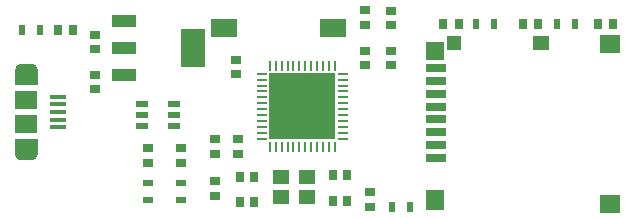
<source format=gtp>
G04*
G04 #@! TF.GenerationSoftware,Altium Limited,Altium Designer,23.10.1 (27)*
G04*
G04 Layer_Color=8421504*
%FSLAX44Y44*%
%MOMM*%
G71*
G04*
G04 #@! TF.SameCoordinates,AB5FA82C-F65C-42C8-8390-C989D648E836*
G04*
G04*
G04 #@! TF.FilePolarity,Positive*
G04*
G01*
G75*
%ADD16C,0.5000*%
%ADD17R,1.6800X0.8000*%
%ADD18R,1.3000X1.2900*%
%ADD19R,1.5000X1.7000*%
%ADD20R,1.5000X1.6000*%
%ADD21R,1.4000X1.2900*%
%ADD22R,1.7000X1.5000*%
%ADD23R,0.6000X0.9000*%
%ADD24R,0.8000X0.9500*%
%ADD25R,0.9000X0.6000*%
%ADD26R,5.6000X5.6000*%
%ADD27R,0.8500X0.2500*%
%ADD28R,0.2500X0.8500*%
%ADD29R,2.1500X1.0000*%
%ADD30R,2.1500X3.2500*%
%ADD31R,0.9500X0.8000*%
%ADD32R,0.9000X0.7500*%
%ADD33R,0.7500X0.9000*%
%ADD34R,1.4000X1.2000*%
%ADD35R,2.1800X1.6000*%
%ADD36R,0.9779X0.5588*%
%ADD37R,1.3500X0.4000*%
%ADD38R,2.2000X1.6000*%
%ADD39R,1.9000X1.5000*%
G36*
X333350Y947140D02*
X314350D01*
Y960140D01*
X333350D01*
Y947140D01*
D02*
G37*
G36*
X328350Y942140D02*
X319350Y942140D01*
Y947140D01*
X328350D01*
Y942140D01*
D02*
G37*
G36*
X328350Y1019140D02*
X319350D01*
Y1024140D01*
X328350Y1024140D01*
Y1019140D01*
D02*
G37*
G36*
X333350Y1006140D02*
X314350D01*
Y1019140D01*
X333350D01*
Y1006140D01*
D02*
G37*
D16*
X321850Y1019140D02*
G03*
X321850Y1019140I-2500J0D01*
G01*
X330850D02*
G03*
X330850Y1019140I-2500J0D01*
G01*
X321850Y947140D02*
G03*
X321850Y947140I-2500J0D01*
G01*
X330850D02*
G03*
X330850Y947140I-2500J0D01*
G01*
D17*
X670370Y976820D02*
D03*
Y998820D02*
D03*
Y965820D02*
D03*
Y1009820D02*
D03*
Y987820D02*
D03*
Y954820D02*
D03*
Y943820D02*
D03*
Y1020820D02*
D03*
D18*
X685970Y1041370D02*
D03*
D19*
X669470Y908320D02*
D03*
D20*
Y1034920D02*
D03*
D21*
X759970Y1041370D02*
D03*
D22*
X817970Y1040320D02*
D03*
Y905320D02*
D03*
D23*
X633600Y902970D02*
D03*
X648600D02*
D03*
X773550Y1057910D02*
D03*
X788550D02*
D03*
X704970D02*
D03*
X719970D02*
D03*
X335410Y1052830D02*
D03*
X320410D02*
D03*
D24*
X757070Y1057910D02*
D03*
X744070D02*
D03*
X820570D02*
D03*
X676760D02*
D03*
X363370Y1052830D02*
D03*
X350370D02*
D03*
X689760Y1057910D02*
D03*
X807570D02*
D03*
D25*
X454660Y923290D02*
D03*
Y908290D02*
D03*
X426720Y923410D02*
D03*
Y908410D02*
D03*
D26*
X557530Y988060D02*
D03*
D27*
X523280Y960560D02*
D03*
Y965560D02*
D03*
Y970560D02*
D03*
Y975560D02*
D03*
Y980560D02*
D03*
Y985560D02*
D03*
Y990560D02*
D03*
Y995560D02*
D03*
Y1000560D02*
D03*
Y1005560D02*
D03*
Y1010560D02*
D03*
Y1015560D02*
D03*
X591780D02*
D03*
Y1010560D02*
D03*
Y1005560D02*
D03*
Y1000560D02*
D03*
Y995560D02*
D03*
Y990560D02*
D03*
Y985560D02*
D03*
Y980560D02*
D03*
Y975560D02*
D03*
Y970560D02*
D03*
Y965560D02*
D03*
Y960560D02*
D03*
D28*
X530030Y1022310D02*
D03*
X535030D02*
D03*
X540030D02*
D03*
X545030D02*
D03*
X550030D02*
D03*
X555030D02*
D03*
X560030D02*
D03*
X565030D02*
D03*
X570030D02*
D03*
X575030D02*
D03*
X580030D02*
D03*
X585030D02*
D03*
Y953810D02*
D03*
X580030D02*
D03*
X575030D02*
D03*
X570030D02*
D03*
X565030D02*
D03*
X560030D02*
D03*
X555030D02*
D03*
X550030D02*
D03*
X545030D02*
D03*
X540030D02*
D03*
X535030D02*
D03*
X530030D02*
D03*
D29*
X406360Y1060590D02*
D03*
Y1037590D02*
D03*
Y1014590D02*
D03*
D30*
X464860Y1037590D02*
D03*
D31*
X610870Y1069490D02*
D03*
X502920Y947270D02*
D03*
X483870D02*
D03*
X426720Y952650D02*
D03*
X483870Y924710D02*
D03*
Y911710D02*
D03*
X502920Y960270D02*
D03*
X483870D02*
D03*
X454660Y952650D02*
D03*
X614680Y915820D02*
D03*
X610870Y1056490D02*
D03*
X454660Y939650D02*
D03*
X614680Y902820D02*
D03*
X426720Y939650D02*
D03*
D32*
X501650Y1027080D02*
D03*
X610870Y1022700D02*
D03*
X382270Y1036670D02*
D03*
X632460Y1056990D02*
D03*
Y1034700D02*
D03*
X610870D02*
D03*
X501650Y1015080D02*
D03*
X382270Y1048670D02*
D03*
Y1002380D02*
D03*
X632460Y1022700D02*
D03*
Y1068990D02*
D03*
X382270Y1014380D02*
D03*
D33*
X583280Y929640D02*
D03*
X516890Y928370D02*
D03*
X595280Y929640D02*
D03*
Y908050D02*
D03*
X504890Y928370D02*
D03*
X504540Y906780D02*
D03*
X583280Y908050D02*
D03*
X516540Y906780D02*
D03*
D34*
X561340Y911370D02*
D03*
X539340Y928370D02*
D03*
X561340D02*
D03*
X539340Y911370D02*
D03*
D35*
X491260Y1054100D02*
D03*
D36*
X421958Y980440D02*
D03*
X449263Y970940D02*
D03*
Y989940D02*
D03*
X421958D02*
D03*
Y970940D02*
D03*
X449263Y980440D02*
D03*
D37*
X350850Y970140D02*
D03*
Y996140D02*
D03*
Y989640D02*
D03*
Y983140D02*
D03*
Y976640D02*
D03*
D38*
X583160Y1054100D02*
D03*
D39*
X323850Y993140D02*
D03*
Y973140D02*
D03*
M02*

</source>
